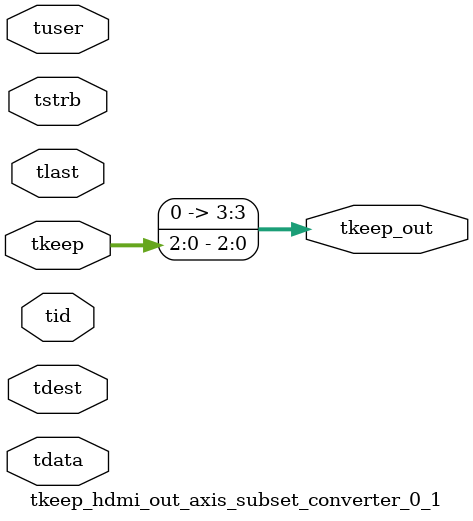
<source format=v>


`timescale 1ps/1ps

module tkeep_hdmi_out_axis_subset_converter_0_1 #
(
parameter C_S_AXIS_TDATA_WIDTH = 32,
parameter C_S_AXIS_TUSER_WIDTH = 0,
parameter C_S_AXIS_TID_WIDTH   = 0,
parameter C_S_AXIS_TDEST_WIDTH = 0,
parameter C_M_AXIS_TDATA_WIDTH = 32
)
(
input  [(C_S_AXIS_TDATA_WIDTH == 0 ? 1 : C_S_AXIS_TDATA_WIDTH)-1:0     ] tdata,
input  [(C_S_AXIS_TUSER_WIDTH == 0 ? 1 : C_S_AXIS_TUSER_WIDTH)-1:0     ] tuser,
input  [(C_S_AXIS_TID_WIDTH   == 0 ? 1 : C_S_AXIS_TID_WIDTH)-1:0       ] tid,
input  [(C_S_AXIS_TDEST_WIDTH == 0 ? 1 : C_S_AXIS_TDEST_WIDTH)-1:0     ] tdest,
input  [(C_S_AXIS_TDATA_WIDTH/8)-1:0 ] tkeep,
input  [(C_S_AXIS_TDATA_WIDTH/8)-1:0 ] tstrb,
input                                                                    tlast,
output [(C_M_AXIS_TDATA_WIDTH/8)-1:0 ] tkeep_out
);

assign tkeep_out = {tkeep[2:0]};

endmodule


</source>
